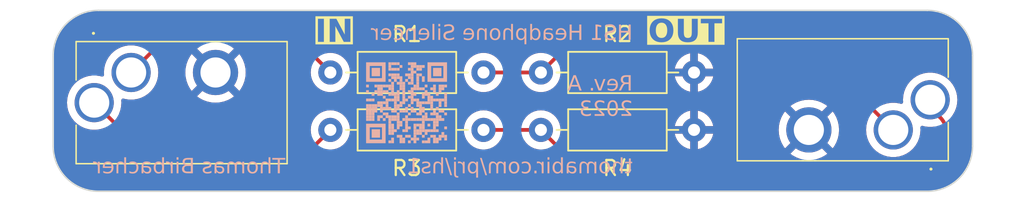
<source format=kicad_pcb>
(kicad_pcb (version 20221018) (generator pcbnew)
  (layers (0 "F.Cu" signal) (31 "B.Cu" signal) (34 "B.Paste" user) (35 "F.Paste" user) (36 "B.SilkS" user "B.Silkscreen") (37 "F.SilkS" user "F.Silkscreen") (38 "B.Mask" user) (39 "F.Mask" user) (44 "Edge.Cuts" user))
  (net 0 "")
  (net 1 "Net-(J1-Pad2)")
  (net 2 "Net-(J2-Pad2)")
  (net 3 "Net-(J2-Pad4)")
  (net 4 "GND")
  (net 5 "Net-(J1-Pad4)")
  (footprint "footprints:Kycon  STX-3150-3C-1" (layer "F.Cu") (at 56.72 73.12)
    (fp_text reference "J1" hide)
    (fp_text value "AudioJack3" hide)
  )
  (footprint "Resistor_THT:R_Axial_DIN0207_L6.3mm_D2.5mm_P10.16mm_Horizontal" (layer "F.Cu") (at 86.36 71.12)
    (fp_text reference "R2")
    (fp_text value "R")
  )
  (footprint "Resistor_THT:R_Axial_DIN0207_L6.3mm_D2.5mm_P10.16mm_Horizontal" (layer "F.Cu") (at 72.39 74.93)
    (fp_text reference "R3")
    (fp_text value "R")
  )
  (footprint "footprints:Kycon  STX-3150-3C-1" (layer "F.Cu") (at 112.19 72.93 180)
    (fp_text reference "J2" hide)
    (fp_text value "AudioJack3" hide)
  )
  (footprint "Resistor_THT:R_Axial_DIN0207_L6.3mm_D2.5mm_P10.16mm_Horizontal" (layer "F.Cu") (at 72.39 71.12)
    (fp_text reference "R1")
    (fp_text value "R")
  )
  (footprint "Resistor_THT:R_Axial_DIN0207_L6.3mm_D2.5mm_P10.16mm_Horizontal" (layer "F.Cu") (at 86.36 74.93)
    (fp_text reference "R4")
    (fp_text value "R")
  )
  (gr_poly (pts (xy 78.094416 74.887666) (xy 77.909208 74.887666) (xy 77.909208 74.702458) (xy 78.094416 74.702458)) (fill solid) (layer "B.SilkS"))
  (gr_poly (pts (xy 77.168375 71.739125) (xy 76.983166 71.739125) (xy 76.983166 71.553917) (xy 77.168375 71.553917)) (fill solid) (layer "B.SilkS"))
  (gr_poly (pts (xy 77.168375 74.702458) (xy 76.983166 74.702458) (xy 76.983166 74.51725) (xy 77.168375 74.51725)) (fill solid) (layer "B.SilkS"))
  (gr_poly (pts (xy 78.83525 72.479958) (xy 78.650042 72.479958) (xy 78.650042 72.29475) (xy 78.83525 72.29475)) (fill solid) (layer "B.SilkS"))
  (gr_poly (pts (xy 76.427542 74.332042) (xy 76.242333 74.332042) (xy 76.242333 74.146833) (xy 76.427542 74.146833)) (fill solid) (layer "B.SilkS"))
  (gr_poly (pts (xy 76.983166 73.035583) (xy 76.797958 73.035583) (xy 76.797958 72.850375) (xy 76.983166 72.850375)) (fill solid) (layer "B.SilkS"))
  (gr_poly (pts (xy 77.909208 72.29475) (xy 77.724 72.29475) (xy 77.724 72.109542) (xy 77.909208 72.109542)) (fill solid) (layer "B.SilkS"))
  (gr_poly (pts (xy 76.242333 73.591208) (xy 76.057125 73.591208) (xy 76.057125 73.406) (xy 76.242333 73.406)) (fill solid) (layer "B.SilkS"))
  (gr_poly (pts (xy 76.242333 73.406) (xy 76.057125 73.406) (xy 76.057125 73.220791) (xy 76.242333 73.220791)) (fill solid) (layer "B.SilkS"))
  (gr_poly (pts (xy 79.576083 73.961625) (xy 79.390875 73.961625) (xy 79.390875 73.776416) (xy 79.576083 73.776416)) (fill solid) (layer "B.SilkS"))
  (gr_poly (pts (xy 79.020458 73.220791) (xy 78.83525 73.220791) (xy 78.83525 73.035583) (xy 79.020458 73.035583)) (fill solid) (layer "B.SilkS"))
  (gr_poly (pts (xy 78.650042 71.553917) (xy 78.464833 71.553917) (xy 78.464833 71.368708) (xy 78.650042 71.368708)) (fill solid) (layer "B.SilkS"))
  (gr_poly (pts (xy 77.538791 73.591208) (xy 77.353583 73.591208) (xy 77.353583 73.406) (xy 77.538791 73.406)) (fill solid) (layer "B.SilkS"))
  (gr_poly (pts (xy 79.020458 73.035583) (xy 78.83525 73.035583) (xy 78.83525 72.850375) (xy 79.020458 72.850375)) (fill solid) (layer "B.SilkS"))
  (gr_poly (pts (xy 78.094416 71.1835) (xy 77.909208 71.1835) (xy 77.909208 70.998292) (xy 78.094416 70.998292)) (fill solid) (layer "B.SilkS"))
  (gr_poly (pts (xy 75.686708 74.146833) (xy 75.5015 74.146833) (xy 75.5015 73.961625) (xy 75.686708 73.961625)) (fill solid) (layer "B.SilkS"))
  (gr_poly (pts (xy 79.020458 75.072875) (xy 78.83525 75.072875) (xy 78.83525 74.887666) (xy 79.020458 74.887666)) (fill solid) (layer "B.SilkS"))
  (gr_poly (pts (xy 79.576083 72.665166) (xy 79.390875 72.665166) (xy 79.390875 72.479958) (xy 79.576083 72.479958)) (fill solid) (layer "B.SilkS"))
  (gr_poly (pts (xy 79.761291 72.109542) (xy 79.576083 72.109542) (xy 79.576083 71.924333) (xy 79.761291 71.924333)) (fill solid) (layer "B.SilkS"))
  (gr_poly (pts (xy 76.983166 73.961625) (xy 76.797958 73.961625) (xy 76.797958 73.776416) (xy 76.983166 73.776416)) (fill solid) (layer "B.SilkS"))
  (gr_poly (pts (xy 79.205666 75.072875) (xy 79.020458 75.072875) (xy 79.020458 74.887666) (xy 79.205666 74.887666)) (fill solid) (layer "B.SilkS"))
  (gr_poly (pts (xy 76.797958 73.406) (xy 76.61275 73.406) (xy 76.61275 73.220791) (xy 76.797958 73.220791)) (fill solid) (layer "B.SilkS"))
  (gr_poly (pts (xy 76.427542 75.072875) (xy 76.242333 75.072875) (xy 76.242333 74.887666) (xy 76.427542 74.887666)) (fill solid) (layer "B.SilkS"))
  (gr_poly (pts (xy 78.094416 73.776416) (xy 77.909208 73.776416) (xy 77.909208 73.591208) (xy 78.094416 73.591208)) (fill solid) (layer "B.SilkS"))
  (gr_poly (pts (xy 79.576083 73.591208) (xy 79.390875 73.591208) (xy 79.390875 73.406) (xy 79.576083 73.406)) (fill solid) (layer "B.SilkS"))
  (gr_poly (pts (xy 75.871917 73.591208) (xy 75.686708 73.591208) (xy 75.686708 73.406) (xy 75.871917 73.406)) (fill solid) (layer "B.SilkS"))
  (gr_poly (pts (xy 80.131708 74.887666) (xy 79.9465 74.887666) (xy 79.9465 74.702458) (xy 80.131708 74.702458)) (fill solid) (layer "B.SilkS"))
  (gr_line (start 75.862656 74.711719) (end 75.862656 75.619239) (stroke (width 0.1)) (layer "B.SilkS"))
  (gr_poly (pts (xy 76.797958 71.739125) (xy 76.61275 71.739125) (xy 76.61275 71.553917) (xy 76.797958 71.553917)) (fill solid) (layer "B.SilkS"))
  (gr_poly (pts (xy 78.650042 74.887666) (xy 78.464833 74.887666) (xy 78.464833 74.702458) (xy 78.650042 74.702458)) (fill solid) (layer "B.SilkS"))
  (gr_poly (pts (xy 77.168375 75.6285) (xy 76.983166 75.6285) (xy 76.983166 75.443291) (xy 77.168375 75.443291)) (fill solid) (layer "B.SilkS"))
  (gr_poly (pts (xy 79.761291 71.368708) (xy 79.205666 71.368708) (xy 79.205666 70.813083) (xy 79.761291 70.813083)) (fill solid) (layer "B.SilkS"))
  (gr_poly (pts (xy 78.650042 73.776416) (xy 78.464833 73.776416) (xy 78.464833 73.591208) (xy 78.650042 73.591208)) (fill solid) (layer "B.SilkS"))
  (gr_poly (pts (xy 78.279625 70.813083) (xy 78.094416 70.813083) (xy 78.094416 70.627875) (xy 78.279625 70.627875)) (fill solid) (layer "B.SilkS"))
  (gr_poly (pts (xy 77.353583 72.850375) (xy 77.168375 72.850375) (xy 77.168375 72.665166) (xy 77.353583 72.665166)) (fill solid) (layer "B.SilkS"))
  (gr_poly (pts (xy 79.9465 73.035583) (xy 79.761291 73.035583) (xy 79.761291 72.850375) (xy 79.9465 72.850375)) (fill solid) (layer "B.SilkS"))
  (gr_poly (pts (xy 75.131083 73.776416) (xy 74.945875 73.776416) (xy 74.945875 73.591208) (xy 75.131083 73.591208)) (fill solid) (layer "B.SilkS"))
  (gr_poly (pts (xy 76.983166 72.665166) (xy 76.797958 72.665166) (xy 76.797958 72.479958) (xy 76.983166 72.479958)) (fill solid) (layer "B.SilkS"))
  (gr_poly (pts (xy 77.724 75.813708) (xy 77.538791 75.813708) (xy 77.538791 75.6285) (xy 77.724 75.6285)) (fill solid) (layer "B.SilkS"))
  (gr_poly (pts (xy 80.131708 72.850375) (xy 79.9465 72.850375) (xy 79.9465 72.665166) (xy 80.131708 72.665166)) (fill solid) (layer "B.SilkS"))
  (gr_poly (pts (xy 79.205666 72.29475) (xy 79.020458 72.29475) (xy 79.020458 72.109542) (xy 79.205666 72.109542)) (fill solid) (layer "B.SilkS"))
  (gr_poly (pts (xy 76.427542 70.813083) (xy 76.242333 70.813083) (xy 76.242333 70.627875) (xy 76.427542 70.627875)) (fill solid) (layer "B.SilkS"))
  (gr_poly (pts (xy 75.5015 73.406) (xy 75.316292 73.406) (xy 75.316292 73.220791) (xy 75.5015 73.220791)) (fill solid) (layer "B.SilkS"))
  (gr_poly (pts (xy 79.576083 74.702458) (xy 79.390875 74.702458) (xy 79.390875 74.51725) (xy 79.576083 74.51725)) (fill solid) (layer "B.SilkS"))
  (gr_poly (pts (xy 77.168375 72.109542) (xy 76.983166 72.109542) (xy 76.983166 71.924333) (xy 77.168375 71.924333)) (fill solid) (layer "B.SilkS"))
  (gr_poly (pts (xy 78.83525 75.072875) (xy 78.650042 75.072875) (xy 78.650042 74.887666) (xy 78.83525 74.887666)) (fill solid) (layer "B.SilkS"))
  (gr_poly (pts (xy 75.316292 73.591208) (xy 75.131083 73.591208) (xy 75.131083 73.406) (xy 75.316292 73.406)) (fill solid) (layer "B.SilkS"))
  (gr_poly (pts (xy 76.61275 72.29475) (xy 76.427542 72.29475) (xy 76.427542 72.109542) (xy 76.61275 72.109542)) (fill solid) (layer "B.SilkS"))
  (gr_poly (pts (xy 78.83525 74.146833) (xy 78.650042 74.146833) (xy 78.650042 73.961625) (xy 78.83525 73.961625)) (fill solid) (layer "B.SilkS"))
  (gr_poly (pts (xy 80.131708 75.6285) (xy 79.9465 75.6285) (xy 79.9465 75.443291) (xy 80.131708 75.443291)) (fill solid) (layer "B.SilkS"))
  (gr_poly (pts (xy 77.724 71.924333) (xy 77.538791 71.924333) (xy 77.538791 71.739125) (xy 77.724 71.739125)) (fill solid) (layer "B.SilkS"))
  (gr_poly (pts (xy 79.205666 74.332042) (xy 79.020458 74.332042) (xy 79.020458 74.146833) (xy 79.205666 74.146833)) (fill solid) (layer "B.SilkS"))
  (gr_poly (pts (xy 78.094416 74.702458) (xy 77.909208 74.702458) (xy 77.909208 74.51725) (xy 78.094416 74.51725)) (fill solid) (layer "B.SilkS"))
  (gr_poly (pts (xy 77.168375 74.51725) (xy 76.983166 74.51725) (xy 76.983166 74.332042) (xy 77.168375 74.332042)) (fill solid) (layer "B.SilkS"))
  (gr_poly (pts (xy 78.094416 74.332042) (xy 77.909208 74.332042) (xy 77.909208 74.146833) (xy 78.094416 74.146833)) (fill solid) (layer "B.SilkS"))
  (gr_poly (pts (xy 76.61275 72.665166) (xy 76.427542 72.665166) (xy 76.427542 72.479958) (xy 76.61275 72.479958)) (fill solid) (layer "B.SilkS"))
  (gr_poly (pts (xy 75.686708 72.665166) (xy 75.5015 72.665166) (xy 75.5015 72.479958) (xy 75.686708 72.479958)) (fill solid) (layer "B.SilkS"))
  (gr_poly (pts (xy 77.538791 74.332042) (xy 77.353583 74.332042) (xy 77.353583 74.146833) (xy 77.538791 74.146833)) (fill solid) (layer "B.SilkS"))
  (gr_poly (pts (xy 77.538791 74.702458) (xy 77.353583 74.702458) (xy 77.353583 74.51725) (xy 77.538791 74.51725)) (fill solid) (layer "B.SilkS"))
  (gr_poly (pts (xy 75.686708 71.368708) (xy 75.131083 71.368708) (xy 75.131083 70.813083) (xy 75.686708 70.813083)) (fill solid) (layer "B.SilkS"))
  (gr_poly (pts (xy 79.576083 75.813708) (xy 79.390875 75.813708) (xy 79.390875 75.6285) (xy 79.576083 75.6285)) (fill solid) (layer "B.SilkS"))
  (gr_poly (pts (xy 78.094416 75.443291) (xy 77.909208 75.443291) (xy 77.909208 75.258083) (xy 78.094416 75.258083)) (fill solid) (layer "B.SilkS"))
  (gr_poly (pts (xy 74.945875 74.332042) (xy 74.760667 74.332042) (xy 74.760667 74.146833) (xy 74.945875 74.146833)) (fill solid) (layer "B.SilkS"))
  (gr_poly (pts (xy 76.242333 73.961625) (xy 76.057125 73.961625) (xy 76.057125 73.776416) (xy 76.242333 73.776416)) (fill solid) (layer "B.SilkS"))
  (gr_line (start 75.862656 75.619239) (end 74.955135 75.619239) (stroke (width 0.1)) (layer "B.SilkS"))
  (gr_poly (pts (xy 77.353583 72.665166) (xy 77.168375 72.665166) (xy 77.168375 72.479958) (xy 77.353583 72.479958)) (fill solid) (layer "B.SilkS"))
  (gr_poly (pts (xy 78.83525 73.220791) (xy 78.650042 73.220791) (xy 78.650042 73.035583) (xy 78.83525 73.035583)) (fill solid) (layer "B.SilkS"))
  (gr_poly (pts (xy 77.168375 72.29475) (xy 76.983166 72.29475) (xy 76.983166 72.109542) (xy 77.168375 72.109542)) (fill solid) (layer "B.SilkS"))
  (gr_poly (pts (xy 80.131708 73.961625) (xy 79.9465 73.961625) (xy 79.9465 73.776416) (xy 80.131708 73.776416)) (fill solid) (layer "B.SilkS"))
  (gr_poly (pts (xy 76.983166 74.702458) (xy 76.797958 74.702458) (xy 76.797958 74.51725) (xy 76.983166 74.51725)) (fill solid) (layer "B.SilkS"))
  (gr_poly (pts (xy 78.279625 74.332042) (xy 78.094416 74.332042) (xy 78.094416 74.146833) (xy 78.279625 74.146833)) (fill solid) (layer "B.SilkS"))
  (gr_poly (pts (xy 79.205666 73.035583) (xy 79.020458 73.035583) (xy 79.020458 72.850375) (xy 79.205666 72.850375)) (fill solid) (layer "B.SilkS"))
  (gr_poly (pts (xy 77.724 72.479958) (xy 77.538791 72.479958) (xy 77.538791 72.29475) (xy 77.724 72.29475)) (fill solid) (layer "B.SilkS"))
  (gr_poly (pts (xy 75.131083 74.332042) (xy 74.945875 74.332042) (xy 74.945875 74.146833) (xy 75.131083 74.146833)) (fill solid) (layer "B.SilkS"))
  (gr_poly (pts (xy 75.316292 74.146833) (xy 75.131083 74.146833) (xy 75.131083 73.961625) (xy 75.316292 73.961625)) (fill solid) (layer "B.SilkS"))
  (gr_poly (pts (xy 79.761291 73.406) (xy 79.576083 73.406) (xy 79.576083 73.220791) (xy 79.761291 73.220791)) (fill solid) (layer "B.SilkS"))
  (gr_poly (pts (xy 79.761291 75.6285) (xy 79.576083 75.6285) (xy 79.576083 75.443291) (xy 79.761291 75.443291)) (fill solid) (layer "B.SilkS"))
  (gr_poly (pts (xy 78.83525 72.665166) (xy 78.650042 72.665166) (xy 78.650042 72.479958) (xy 78.83525 72.479958)) (fill solid) (layer "B.SilkS"))
  (gr_poly (pts (xy 80.131708 73.035583) (xy 79.9465 73.035583) (xy 79.9465 72.850375) (xy 80.131708 72.850375)) (fill solid) (layer "B.SilkS"))
  (gr_poly (pts (xy 78.650042 74.51725) (xy 78.464833 74.51725) (xy 78.464833 74.332042) (xy 78.650042 74.332042)) (fill solid) (layer "B.SilkS"))
  (gr_poly (pts (xy 76.057125 73.591208) (xy 75.871917 73.591208) (xy 75.871917 73.406) (xy 76.057125 73.406)) (fill solid) (layer "B.SilkS"))
  (gr_poly (pts (xy 77.353583 73.035583) (xy 77.168375 73.035583) (xy 77.168375 72.850375) (xy 77.353583 72.850375)) (fill solid) (layer "B.SilkS"))
  (gr_poly (pts (xy 79.020458 75.813708) (xy 78.83525 75.813708) (xy 78.83525 75.6285) (xy 79.020458 75.6285)) (fill solid) (layer "B.SilkS"))
  (gr_poly (pts (xy 77.909208 70.627875) (xy 77.724 70.627875) (xy 77.724 70.442667) (xy 77.909208 70.442667)) (fill solid) (layer "B.SilkS"))
  (gr_poly (pts (xy 75.871917 73.776416) (xy 75.686708 73.776416) (xy 75.686708 73.591208) (xy 75.871917 73.591208)) (fill solid) (layer "B.SilkS"))
  (gr_poly (pts (xy 80.131708 72.109542) (xy 79.9465 72.109542) (xy 79.9465 71.924333) (xy 80.131708 71.924333)) (fill solid) (layer "B.SilkS"))
  (gr_line (start 75.862656 71.544656) (end 74.955135 71.544656) (stroke (width 0.1)) (layer "B.SilkS"))
  (gr_poly (pts (xy 76.427542 71.739125) (xy 76.242333 71.739125) (xy 76.242333 71.553917) (xy 76.427542 71.553917)) (fill solid) (layer "B.SilkS"))
  (gr_poly (pts (xy 77.724 73.961625) (xy 77.538791 73.961625) (xy 77.538791 73.776416) (xy 77.724 73.776416)) (fill solid) (layer "B.SilkS"))
  (gr_line (start 74.955135 74.711719) (end 75.862656 74.711719) (stroke (width 0.1)) (layer "B.SilkS"))
  (gr_poly (pts (xy 77.353583 74.332042) (xy 77.168375 74.332042) (xy 77.168375 74.146833) (xy 77.353583 74.146833)) (fill solid) (layer "B.SilkS"))
  (gr_poly (pts (xy 76.797958 72.850375) (xy 76.61275 72.850375) (xy 76.61275 72.665166) (xy 76.797958 72.665166)) (fill solid) (layer "B.SilkS"))
  (gr_poly (pts (xy 76.427542 72.109542) (xy 76.242333 72.109542) (xy 76.242333 71.924333) (xy 76.427542 71.924333)) (fill solid) (layer "B.SilkS"))
  (gr_poly (pts (xy 77.353583 72.109542) (xy 77.168375 72.109542) (xy 77.168375 71.924333) (xy 77.353583 71.924333)) (fill solid) (layer "B.SilkS"))
  (gr_poly (pts (xy 77.909208 71.739125) (xy 77.724 71.739125) (xy 77.724 71.553917) (xy 77.909208 71.553917)) (fill solid) (layer "B.SilkS"))
  (gr_poly (pts (xy 79.390875 72.109542) (xy 79.205666 72.109542) (xy 79.205666 71.924333) (xy 79.390875 71.924333)) (fill solid) (layer "B.SilkS"))
  (gr_poly (pts (xy 79.576083 74.146833) (xy 79.390875 74.146833) (xy 79.390875 73.961625) (xy 79.576083 73.961625)) (fill solid) (layer "B.SilkS"))
  (gr_poly (pts (xy 77.909208 73.220791) (xy 77.724 73.220791) (xy 77.724 73.035583) (xy 77.909208 73.035583)) (fill solid) (layer "B.SilkS"))
  (gr_poly (pts (xy 78.464833 73.961625) (xy 78.279625 73.961625) (xy 78.279625 73.776416) (xy 78.464833 73.776416)) (fill solid) (layer "B.SilkS"))
  (gr_poly (pts (xy 76.61275 71.368708) (xy 76.427542 71.368708) (xy 76.427542 71.1835) (xy 76.61275 71.1835)) (fill solid) (layer "B.SilkS"))
  (gr_poly (pts (xy 79.9465 73.776416) (xy 79.761291 73.776416) (xy 79.761291 73.591208) (xy 79.9465 73.591208)) (fill solid) (layer "B.SilkS"))
  (gr_line (start 75.862656 70.637135) (end 75.862656 71.544656) (stroke (width 0.1)) (layer "B.SilkS"))
  (gr_poly (pts (xy 75.131083 74.146833) (xy 74.945875 74.146833) (xy 74.945875 73.961625) (xy 75.131083 73.961625)) (fill solid) (layer "B.SilkS"))
  (gr_poly (pts (xy 74.945875 73.776416) (xy 74.760667 73.776416) (xy 74.760667 73.591208) (xy 74.945875 73.591208)) (fill solid) (layer "B.SilkS"))
  (gr_poly (pts (xy 75.316292 73.406) (xy 75.131083 73.406) (xy 75.131083 73.220791) (xy 75.316292 73.220791)) (fill solid) (layer "B.SilkS"))
  (gr_poly (pts (xy 78.83525 75.258083) (xy 78.650042 75.258083) (xy 78.650042 75.072875) (xy 78.83525 75.072875)) (fill solid) (layer "B.SilkS"))
  (gr_poly (pts (xy 75.686708 72.29475) (xy 75.5015 72.29475) (xy 75.5015 72.109542) (xy 75.686708 72.109542)) (fill solid) (layer "B.SilkS"))
  (gr_poly (pts (xy 79.020458 74.332042) (xy 78.83525 74.332042) (xy 78.83525 74.146833) (xy 79.020458 74.146833)) (fill solid) (layer "B.SilkS"))
  (gr_poly (pts (xy 78.279625 74.702458) (xy 78.094416 74.702458) (xy 78.094416 74.51725) (xy 78.279625 74.51725)) (fill solid) (layer "B.SilkS"))
  (gr_poly (pts (xy 76.61275 74.146833) (xy 76.427542 74.146833) (xy 76.427542 73.961625) (xy 76.61275 73.961625)) (fill solid) (layer "B.SilkS"))
  (gr_poly (pts (xy 78.464833 72.29475) (xy 78.279625 72.29475) (xy 78.279625 72.109542) (xy 78.464833 72.109542)) (fill solid) (layer "B.SilkS"))
  (gr_poly (pts (xy 76.61275 75.813708) (xy 76.427542 75.813708) (xy 76.427542 75.6285) (xy 76.61275 75.6285)) (fill solid) (layer "B.SilkS"))
  (gr_poly (pts (xy 78.094416 72.29475) (xy 77.909208 72.29475) (xy 77.909208 72.109542) (xy 78.094416 72.109542)) (fill solid) (layer "B.SilkS"))
  (gr_poly (pts (xy 75.871917 74.146833) (xy 75.686708 74.146833) (xy 75.686708 73.961625) (xy 75.871917 73.961625)) (fill solid) (layer "B.SilkS"))
  (gr_poly (pts (xy 77.538791 71.739125) (xy 77.353583 71.739125) (xy 77.353583 71.553917) (xy 77.538791 71.553917)) (fill solid) (layer "B.SilkS"))
  (gr_poly (pts (xy 76.427542 73.591208) (xy 76.242333 73.591208) (xy 76.242333 73.406) (xy 76.427542 73.406)) (fill solid) (layer "B.SilkS"))
  (gr_poly (pts (xy 76.427542 75.258083) (xy 76.242333 75.258083) (xy 76.242333 75.072875) (xy 76.427542 75.072875)) (fill solid) (layer "B.SilkS"))
  (gr_poly (pts (xy 77.909208 71.924333) (xy 77.724 71.924333) (xy 77.724 71.739125) (xy 77.909208 71.739125)) (fill solid) (layer "B.SilkS"))
  (gr_poly (pts (xy 78.279625 71.553917) (xy 78.094416 71.553917) (xy 78.094416 71.368708) (xy 78.279625 71.368708)) (fill solid) (layer "B.SilkS"))
  (gr_poly (pts (xy 76.242333 72.479958) (xy 76.057125 72.479958) (xy 76.057125 72.29475) (xy 76.242333 72.29475)) (fill solid) (layer "B.SilkS"))
  (gr_poly (pts (xy 79.390875 73.776416) (xy 79.205666 73.776416) (xy 79.205666 73.591208) (xy 79.390875 73.591208)) (fill solid) (layer "B.SilkS"))
  (gr_poly (pts (xy 76.61275 75.072875) (xy 76.427542 75.072875) (xy 76.427542 74.887666) (xy 76.61275 74.887666)) (fill solid) (layer "B.SilkS"))
  (gr_poly (pts (xy 74.945875 72.479958) (xy 74.760667 72.479958) (xy 74.760667 72.29475) (xy 74.945875 72.29475)) (fill solid) (layer "B.SilkS"))
  (gr_poly (pts (xy 78.83525 75.813708) (xy 78.650042 75.813708) (xy 78.650042 75.6285) (xy 78.83525 75.6285)) (fill solid) (layer "B.SilkS"))
  (gr_poly (pts (xy 79.761291 73.776416) (xy 79.576083 73.776416) (xy 79.576083 73.591208) (xy 79.761291 73.591208)) (fill solid) (layer "B.SilkS"))
  (gr_poly (pts (xy 75.5015 73.776416) (xy 75.316292 73.776416) (xy 75.316292 73.591208) (xy 75.5015 73.591208)) (fill solid) (layer "B.SilkS"))
  (gr_poly (pts (xy 74.945875 73.961625) (xy 74.760667 73.961625) (xy 74.760667 73.776416) (xy 74.945875 73.776416)) (fill solid) (layer "B.SilkS"))
  (gr_poly (pts (xy 78.279625 72.29475) (xy 78.094416 72.29475) (xy 78.094416 72.109542) (xy 78.279625 72.109542)) (fill solid) (layer "B.SilkS"))
  (gr_poly (pts (xy 76.61275 70.998292) (xy 76.427542 70.998292) (xy 76.427542 70.813083) (xy 76.61275 70.813083)) (fill solid) (layer "B.SilkS"))
  (gr_poly (pts (xy 77.909208 72.479958) (xy 77.724 72.479958) (xy 77.724 72.29475) (xy 77.909208 72.29475)) (fill solid) (layer "B.SilkS"))
  (gr_poly (pts (xy 75.316292 73.035583) (xy 75.131083 73.035583) (xy 75.131083 72.850375) (xy 75.316292 72.850375)) (fill solid) (layer "B.SilkS"))
  (gr_poly (pts (xy 78.279625 73.961625) (xy 78.094416 73.961625) (xy 78.094416 73.776416) (xy 78.279625 73.776416)) (fill solid) (layer "B.SilkS"))
  (gr_poly (pts (xy 76.983166 72.850375) (xy 76.797958 72.850375) (xy 76.797958 72.665166) (xy 76.983166 72.665166)) (fill solid) (layer "B.SilkS"))
  (gr_poly (pts (xy 79.9465 74.332042) (xy 79.761291 74.332042) (xy 79.761291 74.146833) (xy 79.9465 74.146833)) (fill solid) (layer "B.SilkS"))
  (gr_poly (pts (xy 76.427542 74.887666) (xy 76.242333 74.887666) (xy 76.242333 74.702458) (xy 76.427542 74.702458)) (fill solid) (layer "B.SilkS"))
  (gr_poly (pts (xy 78.464833 70.998292) (xy 78.279625 70.998292) (xy 78.279625 70.813083) (xy 78.464833 70.813083)) (fill solid) (layer "B.SilkS"))
  (gr_poly (pts (xy 77.353583 72.479958) (xy 77.168375 72.479958) (xy 77.168375 72.29475) (xy 77.353583 72.29475)) (fill solid) (layer "B.SilkS"))
  (gr_poly (pts (xy 76.057125 74.332042) (xy 75.871917 74.332042) (xy 75.871917 74.146833) (xy 76.057125 74.146833)) (fill solid) (layer "B.SilkS"))
  (gr_poly (pts (xy 78.650042 74.332042) (xy 78.464833 74.332042) (xy 78.464833 74.146833) (xy 78.650042 74.146833)) (fill solid) (layer "B.SilkS"))
  (gr_poly (pts (xy 76.61275 73.035583) (xy 76.427542 73.035583) (xy 76.427542 72.850375) (xy 76.61275 72.850375)) (fill solid) (layer "B.SilkS"))
  (gr_poly (pts (xy 77.724 71.553917) (xy 77.538791 71.553917) (xy 77.538791 71.368708) (xy 77.724 71.368708)) (fill solid) (layer "B.SilkS"))
  (gr_poly (pts (xy 77.909208 74.332042) (xy 77.724 74.332042) (xy 77.724 74.146833) (xy 77.909208 74.146833)) (fill solid) (layer "B.SilkS"))
  (gr_poly (pts (xy 75.871917 72.29475) (xy 75.686708 72.29475) (xy 75.686708 72.109542) (xy 75.871917 72.109542)) (fill solid) (layer "B.SilkS"))
  (gr_poly (pts (xy 75.131083 73.961625) (xy 74.945875 73.961625) (xy 74.945875 73.776416) (xy 75.131083 73.776416)) (fill solid) (layer "B.SilkS"))
  (gr_poly (pts (xy 78.279625 75.072875) (xy 78.094416 75.072875) (xy 78.094416 74.887666) (xy 78.279625 74.887666)) (fill solid) (layer "B.SilkS"))
  (gr_poly (pts (xy 76.983166 74.887666) (xy 76.797958 74.887666) (xy 76.797958 74.702458) (xy 76.983166 74.702458)) (fill solid) (layer "B.SilkS"))
  (gr_poly (pts (xy 75.5015 72.479958) (xy 75.316292 72.479958) (xy 75.316292 72.29475) (xy 75.5015 72.29475)) (fill solid) (layer "B.SilkS"))
  (gr_poly (pts (xy 78.464833 71.368708) (xy 78.279625 71.368708) (xy 78.279625 71.1835) (xy 78.464833 71.1835)) (fill solid) (layer "B.SilkS"))
  (gr_poly (pts (xy 78.650042 74.146833) (xy 78.464833 74.146833) (xy 78.464833 73.961625) (xy 78.650042 73.961625)) (fill solid) (layer "B.SilkS"))
  (gr_poly (pts (xy 76.242333 73.220791) (xy 76.057125 73.220791) (xy 76.057125 73.035583) (xy 76.242333 73.035583)) (fill solid) (layer "B.SilkS"))
  (gr_poly (pts (xy 77.909208 70.813083) (xy 77.724 70.813083) (xy 77.724 70.627875) (xy 77.909208 70.627875)) (fill solid) (layer "B.SilkS"))
  (gr_poly (pts (xy 78.279625 73.220791) (xy 78.094416 73.220791) (xy 78.094416 73.035583) (xy 78.279625 73.035583)) (fill solid) (layer "B.SilkS"))
  (gr_poly (pts (xy 76.057125 72.850375) (xy 75.871917 72.850375) (xy 75.871917 72.665166) (xy 76.057125 72.665166)) (fill solid) (layer "B.SilkS"))
  (gr_poly (pts (xy 76.61275 74.332042) (xy 76.427542 74.332042) (xy 76.427542 74.146833) (xy 76.61275 74.146833)) (fill solid) (layer "B.SilkS"))
  (gr_poly (pts (xy 76.427542 75.813708) (xy 76.242333 75.813708) (xy 76.242333 75.6285) (xy 76.427542 75.6285)) (fill solid) (layer "B.SilkS"))
  (gr_poly (pts (xy 76.983166 74.332042) (xy 76.797958 74.332042) (xy 76.797958 74.146833) (xy 76.983166 74.146833)) (fill solid) (layer "B.SilkS"))
  (gr_poly (pts (xy 76.797958 73.591208) (xy 76.61275 73.591208) (xy 76.61275 73.406) (xy 76.797958 73.406)) (fill solid) (layer "B.SilkS"))
  (gr_poly (pts (xy 76.983166 72.479958) (xy 76.797958 72.479958) (xy 76.797958 72.29475) (xy 76.983166 72.29475)) (fill solid) (layer "B.SilkS"))
  (gr_poly (pts (xy 80.131708 73.406) (xy 79.9465 73.406) (xy 79.9465 73.220791) (xy 80.131708 73.220791)) (fill solid) (layer "B.SilkS"))
  (gr_poly (pts (xy 75.686708 74.332042) (xy 75.5015 74.332042) (xy 75.5015 74.146833) (xy 75.686708 74.146833)) (fill solid) (layer "B.SilkS"))
  (gr_poly (pts (xy 79.576083 74.332042) (xy 79.390875 74.332042) (xy 79.390875 74.146833) (xy 79.576083 74.146833)) (fill solid) (layer "B.SilkS"))
  (gr_poly (pts (xy 76.61275 72.479958) (xy 76.427542 72.479958) (xy 76.427542 72.29475) (xy 76.61275 72.29475)) (fill solid) (layer "B.SilkS"))
  (gr_poly (pts (xy 79.576083 75.6285) (xy 79.390875 75.6285) (xy 79.390875 75.443291) (xy 79.576083 75.443291)) (fill solid) (layer "B.SilkS"))
  (gr_poly (pts (xy 75.871917 73.220791) (xy 75.686708 73.220791) (xy 75.686708 73.035583) (xy 75.871917 73.035583)) (fill solid) (layer "B.SilkS"))
  (gr_poly (pts (xy 78.650042 71.739125) (xy 78.464833 71.739125) (xy 78.464833 71.553917) (xy 78.650042 71.553917)) (fill solid) (layer "B.SilkS"))
  (gr_poly (pts (xy 78.279625 72.109542) (xy 78.094416 72.109542) (xy 78.094416 71.924333) (xy 78.279625 71.924333)) (fill solid) (layer "B.SilkS"))
  (gr_poly (pts (xy 77.724 70.627875) (xy 77.538791 70.627875) (xy 77.538791 70.442667) (xy 77.724 70.442667)) (fill solid) (layer "B.SilkS"))
  (gr_poly (pts (xy 75.5015 72.109542) (xy 75.316292 72.109542) (xy 75.316292 71.924333) (xy 75.5015 71.924333)) (fill solid) (layer "B.SilkS"))
  (gr_poly (pts (xy 79.390875 75.6285) (xy 79.205666 75.6285) (xy 79.205666 75.443291) (xy 79.390875 75.443291)) (fill solid) (layer "B.SilkS"))
  (gr_poly (pts (xy 77.538791 74.51725) (xy 77.353583 74.51725) (xy 77.353583 74.332042) (xy 77.538791 74.332042)) (fill solid) (layer "B.SilkS"))
  (gr_line (start 74.955135 70.637135) (end 75.862656 70.637135) (stroke (width 0.1)) (layer "B.SilkS"))
  (gr_poly (pts (xy 75.686708 72.479958) (xy 75.5015 72.479958) (xy 75.5015 72.29475) (xy 75.686708 72.29475)) (fill solid) (layer "B.SilkS"))
  (gr_poly (pts (xy 78.650042 72.665166) (xy 78.464833 72.665166) (xy 78.464833 72.479958) (xy 78.650042 72.479958)) (fill solid) (layer "B.SilkS"))
  (gr_poly (pts (xy 76.797958 71.553917) (xy 76.61275 71.553917) (xy 76.61275 71.368708) (xy 76.797958 71.368708)) (fill solid) (layer "B.SilkS"))
  (gr_line (start 79.029719 71.544656) (end 79.029719 70.637135) (stroke (width 0.1)) (layer "B.SilkS"))
  (gr_poly (pts (xy 79.576083 73.035583) (xy 79.390875 73.035583) (xy 79.390875 72.850375) (xy 79.576083 72.850375)) (fill solid) (layer "B.SilkS"))
  (gr_poly (pts (xy 79.390875 75.072875) (xy 79.205666 75.072875) (xy 79.205666 74.887666) (xy 79.390875 74.887666)) (fill solid) (layer "B.SilkS"))
  (gr_poly (pts (xy 75.131083 73.406) (xy 74.945875 73.406) (xy 74.945875 73.220791) (xy 75.131083 73.220791)) (fill solid) (layer "B.SilkS"))
  (gr_poly (pts (xy 74.945875 73.035583) (xy 74.760667 73.035583) (xy 74.760667 72.850375) (xy 74.945875 72.850375)) (fill solid) (layer "B.SilkS"))
  (gr_poly (pts (xy 77.353583 73.776416) (xy 77.168375 73.776416) (xy 77.168375 73.591208) (xy 77.353583 73.591208)) (fill solid) (layer "B.SilkS"))
  (gr_poly (pts (xy 75.686708 72.109542) (xy 75.5015 72.109542) (xy 75.5015 71.924333) (xy 75.686708 71.924333)) (fill solid) (layer "B.SilkS"))
  (gr_poly (pts (xy 77.168375 73.220791) (xy 76.983166 73.220791) (xy 76.983166 73.035583) (xy 77.168375 73.035583)) (fill solid) (layer "B.SilkS"))
  (gr_poly (pts (xy 78.094416 75.6285) (xy 77.909208 75.6285) (xy 77.909208 75.443291) (xy 78.094416 75.443291)) (fill solid) (layer "B.SilkS"))
  (gr_poly (pts (xy 77.724 70.998292) (xy 77.538791 70.998292) (xy 77.538791 70.813083) (xy 77.724 70.813083)) (fill solid) (layer "B.SilkS"))
  (gr_poly (pts (xy 76.983166 73.591208) (xy 76.797958 73.591208) (xy 76.797958 73.406) (xy 76.983166 73.406)) (fill solid) (layer "B.SilkS"))
  (gr_poly (pts (xy 79.390875 75.813708) (xy 79.205666 75.813708) (xy 79.205666 75.6285) (xy 79.390875 75.6285)) (fill solid) (layer "B.SilkS"))
  (gr_poly (pts (xy 78.279625 71.924333) (xy 78.094416 71.924333) (xy 78.094416 71.739125) (xy 78.279625 71.739125)) (fill solid) (layer "B.SilkS"))
  (gr_poly (pts (xy 78.094416 75.258083) (xy 77.909208 75.258083) (xy 77.909208 75.072875) (xy 78.094416 75.072875)) (fill solid) (layer "B.SilkS"))
  (gr_poly (pts (xy 77.538791 74.146833) (xy 77.353583 74.146833) (xy 77.353583 73.961625) (xy 77.538791 73.961625)) (fill solid) (layer "B.SilkS"))
  (gr_poly (pts (xy 76.242333 74.146833) (xy 76.057125 74.146833) (xy 76.057125 73.961625) (xy 76.242333 73.961625)) (fill solid) (layer "B.SilkS"))
  (gr_poly (pts (xy 76.983166 74.146833) (xy 76.797958 74.146833) (xy 76.797958 73.961625) (xy 76.983166 73.961625)) (fill solid) (layer "B.SilkS"))
  (gr_poly (pts (xy 79.576083 75.072875) (xy 79.390875 75.072875) (xy 79.390875 74.887666) (xy 79.576083 74.887666)) (fill solid) (layer "B.SilkS"))
  (gr_poly (pts (xy 79.761291 72.479958) (xy 79.576083 72.479958) (xy 79.576083 72.29475) (xy 79.761291 72.29475)) (fill solid) (layer "B.SilkS"))
  (gr_poly (pts (xy 78.83525 72.109542) (xy 78.650042 72.109542) (xy 78.650042 71.924333) (xy 78.83525 71.924333)) (fill solid) (layer "B.SilkS"))
  (gr_poly (pts (xy 78.094416 72.109542) (xy 77.909208 72.109542) (xy 77.909208 71.924333) (xy 78.094416 71.924333)) (fill solid) (layer "B.SilkS"))
  (gr_poly (pts (xy 76.797958 73.776416) (xy 76.61275 73.776416) (xy 76.61275 73.591208) (xy 76.797958 73.591208)) (fill solid) (layer "B.SilkS"))
  (gr_poly (pts (xy 78.464833 73.591208) (xy 78.279625 73.591208) (xy 78.279625 73.406) (xy 78.464833 73.406)) (fill solid) (layer "B.SilkS"))
  (gr_poly (pts (xy 78.83525 73.961625) (xy 78.650042 73.961625) (xy 78.650042 73.776416) (xy 78.83525 73.776416)) (fill solid) (layer "B.SilkS"))
  (gr_poly (pts (xy 77.168375 73.406) (xy 76.983166 73.406) (xy 76.983166 73.220791) (xy 77.168375 73.220791)) (fill solid) (layer "B.SilkS"))
  (gr_poly (pts (xy 75.5015 73.591208) (xy 75.316292 73.591208) (xy 75.316292 73.406) (xy 75.5015 73.406)) (fill solid) (layer "B.SilkS"))
  (gr_poly (pts (xy 79.9465 72.109542) (xy 79.761291 72.109542) (xy 79.761291 71.924333) (xy 79.9465 71.924333)) (fill solid) (layer "B.SilkS"))
  (gr_poly (pts (xy 77.909208 71.368708) (xy 77.724 71.368708) (xy 77.724 71.1835) (xy 77.909208 71.1835)) (fill solid) (layer "B.SilkS"))
  (gr_poly (pts (xy 79.020458 72.850375) (xy 78.83525 72.850375) (xy 78.83525 72.665166) (xy 79.020458 72.665166)) (fill solid) (layer "B.SilkS"))
  (gr_poly (pts (xy 76.057125 72.109542) (xy 75.871917 72.109542) (xy 75.871917 71.924333) (xy 76.057125 71.924333)) (fill solid) (layer "B.SilkS"))
  (gr_line (start 74.955135 71.544656) (end 74.955135 70.637135) (stroke (width 0.1)) (layer "B.SilkS"))
  (gr_poly (pts (xy 76.61275 70.627875) (xy 76.427542 70.627875) (xy 76.427542 70.442667) (xy 76.61275 70.442667)) (fill solid) (layer "B.SilkS"))
  (gr_poly (pts (xy 79.9465 75.258083) (xy 79.761291 75.258083) (xy 79.761291 75.072875) (xy 79.9465 75.072875)) (fill solid) (layer "B.SilkS"))
  (gr_poly (pts (xy 78.094416 70.627875) (xy 77.909208 70.627875) (xy 77.909208 70.442667) (xy 78.094416 70.442667)) (fill solid) (layer "B.SilkS"))
  (gr_poly (pts (xy 79.205666 73.220791) (xy 79.020458 73.220791) (xy 79.020458 73.035583) (xy 79.205666 73.035583)) (fill solid) (layer "B.SilkS"))
  (gr_poly (pts (xy 76.797958 70.998292) (xy 76.61275 70.998292) (xy 76.61275 70.813083) (xy 76.797958 70.813083)) (fill solid) (layer "B.SilkS"))
  (gr_poly (pts (xy 77.168375 73.776416) (xy 76.983166 73.776416) (xy 76.983166 73.591208) (xy 77.168375 73.591208)) (fill solid) (layer "B.SilkS"))
  (gr_poly (pts (xy 77.353583 72.29475) (xy 77.168375 72.29475) (xy 77.168375 72.109542) (xy 77.353583 72.109542)) (fill solid) (layer "B.SilkS"))
  (gr_poly (pts (xy 77.538791 71.368708) (xy 77.353583 71.368708) (xy 77.353583 71.1835) (xy 77.538791 71.1835)) (fill solid) (layer "B.SilkS"))
  (gr_poly (pts (xy 76.427542 70.627875) (xy 76.242333 70.627875) (xy 76.242333 70.442667) (xy 76.427542 70.442667)) (fill solid) (layer "B.SilkS"))
  (gr_poly (pts (xy 79.9465 75.443291) (xy 79.761291 75.443291) (xy 79.761291 75.258083) (xy 79.9465 75.258083)) (fill solid) (layer "B.SilkS"))
  (gr_poly (pts (xy 78.279625 71.368708) (xy 78.094416 71.368708) (xy 78.094416 71.1835) (xy 78.279625 71.1835)) (fill solid) (layer "B.SilkS"))
  (gr_poly (pts (xy 77.353583 73.220791) (xy 77.168375 73.220791) (xy 77.168375 73.035583) (xy 77.353583 73.035583)) (fill solid) (layer "B.SilkS"))
  (gr_poly (pts (xy 77.353583 71.924333) (xy 77.168375 71.924333) (xy 77.168375 71.739125) (xy 77.353583 71.739125)) (fill solid) (layer "B.SilkS"))
  (gr_poly (pts (xy 78.464833 74.332042) (xy 78.279625 74.332042) (xy 78.279625 74.146833) (xy 78.464833 74.146833)) (fill solid) (layer "B.SilkS"))
  (gr_poly (pts (xy 78.464833 73.776416) (xy 78.279625 73.776416) (xy 78.279625 73.591208) (xy 78.464833 73.591208)) (fill solid) (layer "B.SilkS"))
  (gr_poly (pts (xy 77.909208 72.850375) (xy 77.724 72.850375) (xy 77.724 72.665166) (xy 77.909208 72.665166)) (fill solid) (layer "B.SilkS"))
  (gr_poly (pts (xy 78.279625 73.406) (xy 78.094416 73.406) (xy 78.094416 73.220791) (xy 78.279625 73.220791)) (fill solid) (layer "B.SilkS"))
  (gr_poly (pts (xy 77.538791 73.035583) (xy 77.353583 73.035583) (xy 77.353583 72.850375) (xy 77.538791 72.850375)) (fill solid) (layer "B.SilkS"))
  (gr_poly (pts (xy 76.057125 72.479958) (xy 75.871917 72.479958) (xy 75.871917 72.29475) (xy 76.057125 72.29475)) (fill solid) (layer "B.SilkS"))
  (gr_poly (pts (xy 78.650042 73.220791) (xy 78.464833 73.220791) (xy 78.464833 73.035583) (xy 78.650042 73.035583)) (fill solid) (layer "B.SilkS"))
  (gr_poly (pts (xy 76.983166 70.998292) (xy 76.797958 70.998292) (xy 76.797958 70.813083) (xy 76.983166 70.813083)) (fill solid) (layer "B.SilkS"))
  (gr_poly (pts (xy 76.427542 70.998292) (xy 76.242333 70.998292) (xy 76.242333 70.813083) (xy 76.427542 70.813083)) (fill solid) (layer "B.SilkS"))
  (gr_poly (pts (xy 77.538791 74.887666) (xy 77.353583 74.887666) (xy 77.353583 74.702458) (xy 77.538791 74.702458)) (fill solid) (layer "B.SilkS"))
  (gr_poly (pts (xy 78.279625 73.035583) (xy 78.094416 73.035583) (xy 78.094416 72.850375) (xy 78.279625 72.850375)) (fill solid) (layer "B.SilkS"))
  (gr_poly (pts (xy 76.797958 74.332042) (xy 76.61275 74.332042) (xy 76.61275 74.146833) (xy 76.797958 74.146833)) (fill solid) (layer "B.SilkS"))
  (gr_poly (pts (xy 75.316292 74.332042) (xy 75.131083 74.332042) (xy 75.131083 74.146833) (xy 75.316292 74.146833)) (fill solid) (layer "B.SilkS"))
  (gr_poly (pts (xy 79.020458 72.665166) (xy 78.83525 72.665166) (xy 78.83525 72.479958) (xy 79.020458 72.479958)) (fill solid) (layer "B.SilkS"))
  (gr_poly (pts (xy 79.205666 72.850375) (xy 79.020458 72.850375) (xy 79.020458 72.665166) (xy 79.205666 72.665166)) (fill solid) (layer "B.SilkS"))
  (gr_poly (pts (xy 76.057125 71.739125) (xy 74.760667 71.739125) (xy 74.760667 70.637135) (xy 74.955135 70.637135) (xy 74.955135 71.544656) (xy 75.862656 71.544656) (xy 75.862656 70.637135) (xy 74.955135 70.637135) (xy 74.760667 70.637135) (xy 74.760667 70.442667) (xy 76.057125 70.442667)) (fill solid) (layer "B.SilkS"))
  (gr_poly (pts (xy 79.390875 72.29475) (xy 79.205666 72.29475) (xy 79.205666 72.109542) (xy 79.390875 72.109542)) (fill solid) (layer "B.SilkS"))
  (gr_poly (pts (xy 77.538791 73.776416) (xy 77.353583 73.776416) (xy 77.353583 73.591208) (xy 77.538791 73.591208)) (fill solid) (layer "B.SilkS"))
  (gr_poly (pts (xy 76.797958 72.665166) (xy 76.61275 72.665166) (xy 76.61275 72.479958) (xy 76.797958 72.479958)) (fill solid) (layer "B.SilkS"))
  (gr_poly (pts (xy 78.650042 75.072875) (xy 78.464833 75.072875) (xy 78.464833 74.887666) (xy 78.650042 74.887666)) (fill solid) (layer "B.SilkS"))
  (gr_poly (pts (xy 78.279625 71.739125) (xy 78.094416 71.739125) (xy 78.094416 71.553917) (xy 78.279625 71.553917)) (fill solid) (layer "B.SilkS"))
  (gr_poly (pts (xy 77.909208 73.035583) (xy 77.724 73.035583) (xy 77.724 72.850375) (xy 77.909208 72.850375)) (fill solid) (layer "B.SilkS"))
  (gr_poly (pts (xy 80.131708 72.665166) (xy 79.9465 72.665166) (xy 79.9465 72.479958) (xy 80.131708 72.479958)) (fill solid) (layer "B.SilkS"))
  (gr_poly (pts (xy 77.909208 72.665166) (xy 77.724 72.665166) (xy 77.724 72.479958) (xy 77.909208 72.479958)) (fill solid) (layer "B.SilkS"))
  (gr_poly (pts (xy 78.279625 70.998292) (xy 78.094416 70.998292) (xy 78.094416 70.813083) (xy 78.279625 70.813083)) (fill solid) (layer "B.SilkS"))
  (gr_poly (pts (xy 77.909208 71.1835) (xy 77.724 71.1835) (xy 77.724 70.998292) (xy 77.909208 70.998292)) (fill solid) (layer "B.SilkS"))
  (gr_poly (pts (xy 75.871917 72.479958) (xy 75.686708 72.479958) (xy 75.686708 72.29475) (xy 75.871917 72.29475)) (fill solid) (layer "B.SilkS"))
  (gr_poly (pts (xy 79.9465 72.29475) (xy 79.761291 72.29475) (xy 79.761291 72.109542) (xy 79.9465 72.109542)) (fill solid) (layer "B.SilkS"))
  (gr_poly (pts (xy 77.538791 75.443291) (xy 77.353583 75.443291) (xy 77.353583 75.258083) (xy 77.538791 75.258083)) (fill solid) (layer "B.SilkS"))
  (gr_poly (pts (xy 79.576083 74.51725) (xy 79.390875 74.51725) (xy 79.390875 74.332042) (xy 79.576083 74.332042)) (fill solid) (layer "B.SilkS"))
  (gr_poly (pts (xy 79.390875 75.443291) (xy 79.205666 75.443291) (xy 79.205666 75.258083) (xy 79.390875 75.258083)) (fill solid) (layer "B.SilkS"))
  (gr_poly (pts (xy 77.353583 75.813708) (xy 77.168375 75.813708) (xy 77.168375 75.6285) (xy 77.353583 75.6285)) (fill solid) (layer "B.SilkS"))
  (gr_poly (pts (xy 78.650042 75.813708) (xy 78.464833 75.813708) (xy 78.464833 75.6285) (xy 78.650042 75.6285)) (fill solid) (layer "B.SilkS"))
  (gr_poly (pts (xy 78.094416 75.072875) (xy 77.909208 75.072875) (xy 77.909208 74.887666) (xy 78.094416 74.887666)) (fill solid) (layer "B.SilkS"))
  (gr_poly (pts (xy 76.983166 75.443291) (xy 76.797958 75.443291) (xy 76.797958 75.258083) (xy 76.983166 75.258083)) (fill solid) (layer "B.SilkS"))
  (gr_poly (pts (xy 75.871917 72.665166) (xy 75.686708 72.665166) (xy 75.686708 72.479958) (xy 75.871917 72.479958)) (fill solid) (layer "B.SilkS"))
  (gr_poly (pts (xy 75.316292 73.776416) (xy 75.131083 73.776416) (xy 75.131083 73.591208) (xy 75.316292 73.591208)) (fill solid) (layer "B.SilkS"))
  (gr_poly (pts (xy 76.797958 73.220791) (xy 76.61275 73.220791) (xy 76.61275 73.035583) (xy 76.797958 73.035583)) (fill solid) (layer "B.SilkS"))
  (gr_poly (pts (xy 79.020458 74.702458) (xy 78.83525 74.702458) (xy 78.83525 74.51725) (xy 79.020458 74.51725)) (fill solid) (layer "B.SilkS"))
  (gr_poly (pts (xy 74.945875 74.146833) (xy 74.760667 74.146833) (xy 74.760667 73.961625) (xy 74.945875 73.961625)) (fill solid) (layer "B.SilkS"))
  (gr_poly (pts (xy 74.945875 73.591208) (xy 74.760667 73.591208) (xy 74.760667 73.406) (xy 74.945875 73.406)) (fill solid) (layer "B.SilkS"))
  (gr_poly (pts (xy 77.909208 75.6285) (xy 77.724 75.6285) (xy 77.724 75.443291) (xy 77.909208 75.443291)) (fill solid) (layer "B.SilkS"))
  (gr_poly (pts (xy 79.761291 75.443291) (xy 79.576083 75.443291) (xy 79.576083 75.258083) (xy 79.761291 75.258083)) (fill solid) (layer "B.SilkS"))
  (gr_poly (pts (xy 76.797958 73.035583) (xy 76.61275 73.035583) (xy 76.61275 72.850375) (xy 76.797958 72.850375)) (fill solid) (layer "B.SilkS"))
  (gr_poly (pts (xy 78.464833 73.220791) (xy 78.279625 73.220791) (xy 78.279625 73.035583) (xy 78.464833 73.035583)) (fill solid) (layer "B.SilkS"))
  (gr_poly (pts (xy 75.686708 73.220791) (xy 75.5015 73.220791) (xy 75.5015 73.035583) (xy 75.686708 73.035583)) (fill solid) (layer "B.SilkS"))
  (gr_poly (pts (xy 77.724 71.368708) (xy 77.538791 71.368708) (xy 77.538791 71.1835) (xy 77.724 71.1835)) (fill solid) (layer "B.SilkS"))
  (gr_poly (pts (xy 80.131708 75.443291) (xy 79.9465 75.443291) (xy 79.9465 75.258083) (xy 80.131708 75.258083)) (fill solid) (layer "B.SilkS"))
  (gr_poly (pts (xy 76.61275 71.924333) (xy 76.427542 71.924333) (xy 76.427542 71.739125) (xy 76.61275 71.739125)) (fill solid) (layer "B.SilkS"))
  (gr_poly (pts (xy 78.464833 74.702458) (xy 78.279625 74.702458) (xy 78.279625 74.51725) (xy 78.464833 74.51725)) (fill solid) (layer "B.SilkS"))
  (gr_poly (pts (xy 76.983166 71.553917) (xy 76.797958 71.553917) (xy 76.797958 71.368708) (xy 76.983166 71.368708)) (fill solid) (layer "B.SilkS"))
  (gr_poly (pts (xy 74.945875 72.109542) (xy 74.760667 72.109542) (xy 74.760667 71.924333) (xy 74.945875 71.924333)) (fill solid) (layer "B.SilkS"))
  (gr_poly (pts (xy 76.61275 71.553917) (xy 76.427542 71.553917) (xy 76.427542 71.368708) (xy 76.61275 71.368708)) (fill solid) (layer "B.SilkS"))
  (gr_poly (pts (xy 76.427542 73.035583) (xy 76.242333 73.035583) (xy 76.242333 72.850375) (xy 76.427542 72.850375)) (fill solid) (layer "B.SilkS"))
  (gr_poly (pts (xy 78.464833 75.258083) (xy 78.279625 75.258083) (xy 78.279625 75.072875) (xy 78.464833 75.072875)) (fill solid) (layer "B.SilkS"))
  (gr_poly (pts (xy 77.353583 75.072875) (xy 77.168375 75.072875) (xy 77.168375 74.887666) (xy 77.353583 74.887666)) (fill solid) (layer "B.SilkS"))
  (gr_poly (pts (xy 76.797958 75.072875) (xy 76.61275 75.072875) (xy 76.61275 74.887666) (xy 76.797958 74.887666)) (fill solid) (layer "B.SilkS"))
  (gr_poly (pts (xy 76.797958 71.368708) (xy 76.61275 71.368708) (xy 76.61275 71.1835) (xy 76.797958 71.1835)) (fill solid) (layer "B.SilkS"))
  (gr_line (start 79.937239 71.544656) (end 79.029719 71.544656) (stroke (width 0.1)) (layer "B.SilkS"))
  (gr_poly (pts (xy 77.168375 71.924333) (xy 76.983166 71.924333) (xy 76.983166 71.739125) (xy 77.168375 71.739125)) (fill solid) (layer "B.SilkS"))
  (gr_poly (pts (xy 77.724 73.406) (xy 77.538791 73.406) (xy 77.538791 73.220791) (xy 77.724 73.220791)) (fill solid) (layer "B.SilkS"))
  (gr_poly (pts (xy 77.909208 71.553917) (xy 77.724 71.553917) (xy 77.724 71.368708) (xy 77.909208 71.368708)) (fill solid) (layer "B.SilkS"))
  (gr_poly (pts (xy 79.761291 74.332042) (xy 79.576083 74.332042) (xy 79.576083 74.146833) (xy 79.761291 74.146833)) (fill solid) (layer "B.SilkS"))
  (gr_poly (pts (xy 79.761291 73.035583) (xy 79.576083 73.035583) (xy 79.576083 72.850375) (xy 79.761291 72.850375)) (fill solid) (layer "B.SilkS"))
  (gr_poly (pts (xy 76.61275 74.887666) (xy 76.427542 74.887666) (xy 76.427542 74.702458) (xy 76.61275 74.702458)) (fill solid) (layer "B.SilkS"))
  (gr_poly (pts (xy 79.390875 73.961625) (xy 79.205666 73.961625) (xy 79.205666 73.776416) (xy 79.390875 73.776416)) (fill solid) (layer "B.SilkS"))
  (gr_poly (pts (xy 75.871917 73.406) (xy 75.686708 73.406) (xy 75.686708 73.220791) (xy 75.871917 73.220791)) (fill solid) (layer "B.SilkS"))
  (gr_poly (pts (xy 76.61275 75.258083) (xy 76.427542 75.258083) (xy 76.427542 75.072875) (xy 76.61275 75.072875)) (fill solid) (layer "B.SilkS"))
  (gr_poly (pts (xy 79.761291 73.220791) (xy 79.576083 73.220791) (xy 79.576083 73.035583) (xy 79.761291 73.035583)) (fill solid) (layer "B.SilkS"))
  (gr_poly (pts (xy 79.205666 75.443291) (xy 79.020458 75.443291) (xy 79.020458 75.258083) (xy 79.205666 75.258083)) (fill solid) (layer "B.SilkS"))
  (gr_poly (pts (xy 75.871917 72.109542) (xy 75.686708 72.109542) (xy 75.686708 71.924333) (xy 75.871917 71.924333)) (fill solid) (layer "B.SilkS"))
  (gr_poly (pts (xy 78.650042 72.29475) (xy 78.464833 72.29475) (xy 78.464833 72.109542) (xy 78.650042 72.109542)) (fill solid) (layer "B.SilkS"))
  (gr_poly (pts (xy 78.650042 75.443291) (xy 78.464833 75.443291) (xy 78.464833 75.258083) (xy 78.650042 75.258083)) (fill solid) (layer "B.SilkS"))
  (gr_poly (pts (xy 76.242333 73.035583) (xy 76.057125 73.035583) (xy 76.057125 72.850375) (xy 76.242333 72.850375)) (fill solid) (layer "B.SilkS"))
  (gr_poly (pts (xy 76.427542 74.146833) (xy 76.242333 74.146833) (xy 76.242333 73.961625) (xy 76.427542 73.961625)) (fill solid) (layer "B.SilkS"))
  (gr_poly (pts (xy 77.538791 75.072875) (xy 77.353583 75.072875) (xy 77.353583 74.887666) (xy 77.538791 74.887666)) (fill solid) (layer "B.SilkS"))
  (gr_poly (pts (xy 78.650042 73.591208) (xy 78.464833 73.591208) (xy 78.464833 73.406) (xy 78.650042 73.406)) (fill solid) (layer "B.SilkS"))
  (gr_line (start 79.029719 70.637135) (end 79.937239 70.637135) (stroke (width 0.1)) (layer "B.SilkS"))
  (gr_poly (pts (xy 76.61275 75.6285) (xy 76.427542 75.6285) (xy 76.427542 75.443291) (xy 76.61275 75.443291)) (fill solid) (layer "B.SilkS"))
  (gr_poly (pts (xy 79.390875 73.035583) (xy 79.205666 73.035583) (xy 79.205666 72.850375) (xy 79.390875 72.850375)) (fill solid) (layer "B.SilkS"))
  (gr_poly (pts (xy 78.464833 75.072875) (xy 78.279625 75.072875) (xy 78.279625 74.887666) (xy 78.464833 74.887666)) (fill solid) (layer "B.SilkS"))
  (gr_poly (pts (xy 77.909208 73.591208) (xy 77.724 73.591208) (xy 77.724 73.406) (xy 77.909208 73.406)) (fill solid) (layer "B.SilkS"))
  (gr_poly (pts (xy 77.724 75.443291) (xy 77.538791 75.443291) (xy 77.538791 75.258083) (xy 77.724 75.258083)) (fill solid) (layer "B.SilkS"))
  (gr_poly (pts (xy 77.909208 73.776416) (xy 77.724 73.776416) (xy 77.724 73.591208) (xy 77.909208 73.591208)) (fill solid) (layer "B.SilkS"))
  (gr_poly (pts (xy 76.427542 72.665166) (xy 76.242333 72.665166) (xy 76.242333 72.479958) (xy 76.427542 72.479958)) (fill solid) (layer "B.SilkS"))
  (gr_poly (pts (xy 76.057125 73.961625) (xy 75.871917 73.961625) (xy 75.871917 73.776416) (xy 76.057125 73.776416)) (fill solid) (layer "B.SilkS"))
  (gr_poly (pts (xy 76.61275 73.776416) (xy 76.427542 73.776416) (xy 76.427542 73.591208) (xy 76.61275 73.591208)) (fill solid) (layer "B.SilkS"))
  (gr_poly (pts (xy 76.983166 73.406) (xy 76.797958 73.406) (xy 76.797958 73.220791) (xy 76.983166 73.220791)) (fill solid) (layer "B.SilkS"))
  (gr_poly (pts (xy 77.724 74.332042) (xy 77.538791 74.332042) (xy 77.538791 74.146833) (xy 77.724 74.146833)) (fill solid) (layer "B.SilkS"))
  (gr_poly (pts (xy 79.020458 75.6285) (xy 78.83525 75.6285) (xy 78.83525 75.443291) (xy 79.020458 75.443291)) (fill solid) (layer "B.SilkS"))
  (gr_poly (pts (xy 75.686708 73.406) (xy 75.5015 73.406) (xy 75.5015 73.220791) (xy 75.686708 73.220791)) (fill solid) (layer "B.SilkS"))
  (gr_poly (pts (xy 80.131708 73.220791) (xy 79.9465 73.220791) (xy 79.9465 73.035583) (xy 80.131708 73.035583)) (fill solid) (layer "B.SilkS"))
  (gr_poly (pts (xy 77.168375 71.553917) (xy 76.983166 71.553917) (xy 76.983166 71.368708) (xy 77.168375 71.368708)) (fill solid) (layer "B.SilkS"))
  (gr_poly (pts (xy 79.390875 72.479958) (xy 79.205666 72.479958) (xy 79.205666 72.29475) (xy 79.390875 72.29475)) (fill solid) (layer "B.SilkS"))
  (gr_poly (pts (xy 78.83525 74.332042) (xy 78.650042 74.332042) (xy 78.650042 74.146833) (xy 78.83525 74.146833)) (fill solid) (layer "B.SilkS"))
  (gr_poly (pts (xy 76.057125 75.813708) (xy 74.760667 75.813708) (xy 74.760667 74.711719) (xy 74.955135 74.711719) (xy 74.955135 75.619239) (xy 75.862656 75.619239) (xy 75.862656 74.711719) (xy 74.955135 74.711719) (xy 74.760667 74.711719) (xy 74.760667 74.51725) (xy 76.057125 74.51725)) (fill solid) (layer "B.SilkS"))
  (gr_poly (pts (xy 78.650042 72.850375) (xy 78.464833 72.850375) (xy 78.464833 72.665166) (xy 78.650042 72.665166)) (fill solid) (layer "B.SilkS"))
  (gr_poly (pts (xy 78.094416 75.813708) (xy 77.909208 75.813708) (xy 77.909208 75.6285) (xy 78.094416 75.6285)) (fill solid) (layer "B.SilkS"))
  (gr_poly (pts (xy 77.168375 75.813708) (xy 76.983166 75.813708) (xy 76.983166 75.6285) (xy 77.168375 75.6285)) (fill solid) (layer "B.SilkS"))
  (gr_poly (pts (xy 76.242333 72.109542) (xy 76.057125 72.109542) (xy 76.057125 71.924333) (xy 76.242333 71.924333)) (fill solid) (layer "B.SilkS"))
  (gr_poly (pts (xy 78.464833 70.813083) (xy 78.279625 70.813083) (xy 78.279625 70.627875) (xy 78.464833 70.627875)) (fill solid) (layer "B.SilkS"))
  (gr_poly (pts (xy 78.094416 72.665166) (xy 77.909208 72.665166) (xy 77.909208 72.479958) (xy 78.094416 72.479958)) (fill solid) (layer "B.SilkS"))
  (gr_poly (pts (xy 77.909208 70.998292) (xy 77.724 70.998292) (xy 77.724 70.813083) (xy 77.909208 70.813083)) (fill solid) (layer "B.SilkS"))
  (gr_poly (pts (xy 75.316292 73.961625) (xy 75.131083 73.961625) (xy 75.131083 73.776416) (xy 75.316292 73.776416)) (fill solid) (layer "B.SilkS"))
  (gr_poly (pts (xy 76.427542 74.51725) (xy 76.242333 74.51725) (xy 76.242333 74.332042) (xy 76.427542 74.332042)) (fill solid) (layer "B.SilkS"))
  (gr_poly (pts (xy 76.427542 74.702458) (xy 76.242333 74.702458) (xy 76.242333 74.51725) (xy 76.427542 74.51725)) (fill solid) (layer "B.SilkS"))
  (gr_poly (pts (xy 79.390875 74.51725) (xy 79.205666 74.51725) (xy 79.205666 74.332042) (xy 79.390875 74.332042)) (fill solid) (layer "B.SilkS"))
  (gr_poly (pts (xy 76.427542 72.29475) (xy 76.242333 72.29475) (xy 76.242333 72.109542) (xy 76.427542 72.109542)) (fill solid) (layer "B.SilkS"))
  (gr_poly (pts (xy 75.131083 73.035583) (xy 74.945875 73.035583) (xy 74.945875 72.850375) (xy 75.131083 72.850375)) (fill solid) (layer "B.SilkS"))
  (gr_poly (pts (xy 76.797958 70.627875) (xy 76.61275 70.627875) (xy 76.61275 70.442667) (xy 76.797958 70.442667)) (fill solid) (layer "B.SilkS"))
  (gr_line (start 79.937239 70.637135) (end 79.937239 71.544656) (stroke (width 0.1)) (layer "B.SilkS"))
  (gr_poly (pts (xy 77.724 74.887666) (xy 77.538791 74.887666) (xy 77.538791 74.702458) (xy 77.724 74.702458)) (fill solid) (layer "B.SilkS"))
  (gr_poly (pts (xy 78.650042 74.702458) (xy 78.464833 74.702458) (xy 78.464833 74.51725) (xy 78.650042 74.51725)) (fill solid) (layer "B.SilkS"))
  (gr_poly (pts (xy 78.464833 73.406) (xy 78.279625 73.406) (xy 78.279625 73.220791) (xy 78.464833 73.220791)) (fill solid) (layer "B.SilkS"))
  (gr_poly (pts (xy 78.279625 75.258083) (xy 78.094416 75.258083) (xy 78.094416 75.072875) (xy 78.279625 75.072875)) (fill solid) (layer "B.SilkS"))
  (gr_poly (pts (xy 76.983166 74.51725) (xy 76.797958 74.51725) (xy 76.797958 74.332042) (xy 76.983166 74.332042)) (fill solid) (layer "B.SilkS"))
  (gr_poly (pts (xy 75.316292 72.665166) (xy 75.131083 72.665166) (xy 75.131083 72.479958) (xy 75.316292 72.479958)) (fill solid) (layer "B.SilkS"))
  (gr_poly (pts (xy 79.761291 74.146833) (xy 79.576083 74.146833) (xy 79.576083 73.961625) (xy 79.761291 73.961625)) (fill solid) (layer "B.SilkS"))
  (gr_poly (pts (xy 79.390875 74.332042) (xy 79.205666 74.332042) (xy 79.205666 74.146833) (xy 79.390875 74.146833)) (fill solid) (layer "B.SilkS"))
  (gr_poly (pts (xy 79.761291 72.29475) (xy 79.576083 72.29475) (xy 79.576083 72.109542) (xy 79.761291 72.109542)) (fill solid) (layer "B.SilkS"))
  (gr_poly (pts (xy 77.168375 70.813083) (xy 76.983166 70.813083) (xy 76.983166 70.627875) (xy 77.168375 70.627875)) (fill solid) (layer "B.SilkS"))
  (gr_poly (pts (xy 79.390875 74.702458) (xy 79.205666 74.702458) (xy 79.205666 74.51725) (xy 79.390875 74.51725)) (fill solid) (layer "B.SilkS"))
  (gr_poly (pts (xy 76.983166 71.924333) (xy 76.797958 71.924333) (xy 76.797958 71.739125) (xy 76.983166 71.739125)) (fill solid) (layer "B.SilkS"))
  (gr_poly (pts (xy 77.353583 75.6285) (xy 77.168375 75.6285) (xy 77.168375 75.443291) (xy 77.353583 75.443291)) (fill solid) (layer "B.SilkS"))
  (gr_poly (pts (xy 78.464833 74.887666) (xy 78.279625 74.887666) (xy 78.279625 74.702458) (xy 78.464833 74.702458)) (fill solid) (layer "B.SilkS"))
  (gr_poly (pts (xy 76.61275 74.702458) (xy 76.427542 74.702458) (xy 76.427542 74.51725) (xy 76.61275 74.51725)) (fill solid) (layer "B.SilkS"))
  (gr_poly (pts (xy 78.094416 73.035583) (xy 77.909208 73.035583) (xy 77.909208 72.850375) (xy 78.094416 72.850375)) (fill solid) (layer "B.SilkS"))
  (gr_poly (pts (xy 78.650042 70.813083) (xy 78.464833 70.813083) (xy 78.464833 70.627875) (xy 78.650042 70.627875)) (fill solid) (layer "B.SilkS"))
  (gr_poly (pts (xy 77.168375 75.443291) (xy 76.983166 75.443291) (xy 76.983166 75.258083) (xy 77.168375 75.258083)) (fill solid) (layer "B.SilkS"))
  (gr_poly (pts (xy 76.427542 71.368708) (xy 76.242333 71.368708) (xy 76.242333 71.1835) (xy 76.427542 71.1835)) (fill solid) (layer "B.SilkS"))
  (gr_poly (pts (xy 76.057125 73.220791) (xy 75.871917 73.220791) (xy 75.871917 73.035583) (xy 76.057125 73.035583)) (fill solid) (layer "B.SilkS"))
  (gr_line (start 74.955135 75.619239) (end 74.955135 74.711719) (stroke (width 0.1)) (layer "B.SilkS"))
  (gr_poly (pts (xy 77.724 72.850375) (xy 77.538791 72.850375) (xy 77.538791 72.665166) (xy 77.724 72.665166)) (fill solid) (layer "B.SilkS"))
  (gr_poly (pts (xy 74.945875 73.406) (xy 74.760667 73.406) (xy 74.760667 73.220791) (xy 74.945875 73.220791)) (fill solid) (layer "B.SilkS"))
  (gr_poly (pts (xy 80.131708 71.739125) (xy 78.83525 71.739125) (xy 78.83525 70.637135) (xy 79.029719 70.637135) (xy 79.029719 71.544656) (xy 79.937239 71.544656) (xy 79.937239 70.637135) (xy 79.029719 70.637135) (xy 78.83525 70.637135) (xy 78.83525 70.442667) (xy 80.131708 70.442667)) (fill solid) (layer "B.SilkS"))
  (gr_poly (pts (xy 76.61275 72.109542) (xy 76.427542 72.109542) (xy 76.427542 71.924333) (xy 76.61275 71.924333)) (fill solid) (layer "B.SilkS"))
  (gr_poly (pts (xy 78.279625 75.6285) (xy 78.094416 75.6285) (xy 78.094416 75.443291) (xy 78.279625 75.443291)) (fill solid) (layer "B.SilkS"))
  (gr_poly (pts (xy 75.686708 75.443291) (xy 75.131083 75.443291) (xy 75.131083 74.887666) (xy 75.686708 74.887666)) (fill solid) (layer "B.SilkS"))
  (gr_poly (pts (xy 76.983166 71.368708) (xy 76.797958 71.368708) (xy 76.797958 71.1835) (xy 76.983166 71.1835)) (fill solid) (layer "B.SilkS"))
  (gr_poly (pts (xy 79.205666 73.591208) (xy 79.020458 73.591208) (xy 79.020458 73.406) (xy 79.205666 73.406)) (fill solid) (layer "B.SilkS"))
  (gr_poly (pts (xy 79.205666 73.406) (xy 79.020458 73.406) (xy 79.020458 73.220791) (xy 79.205666 73.220791)) (fill solid) (layer "B.SilkS"))
  (gr_poly (pts (xy 76.983166 70.627875) (xy 76.797958 70.627875) (xy 76.797958 70.442667) (xy 76.983166 70.442667)) (fill solid) (layer "B.SilkS"))
  (gr_poly (pts (xy 75.131083 73.591208) (xy 74.945875 73.591208) (xy 74.945875 73.406) (xy 75.131083 73.406)) (fill solid) (layer "B.SilkS"))
  (gr_poly (pts (xy 79.390875 74.887666) (xy 79.205666 74.887666) (xy 79.205666 74.702458) (xy 79.390875 74.702458)) (fill solid) (layer "B.SilkS"))
  (gr_poly (pts (xy 78.094416 70.813083) (xy 77.909208 70.813083) (xy 77.909208 70.627875) (xy 78.094416 70.627875)) (fill solid) (layer "B.SilkS"))
  (gr_poly (pts (xy 76.797958 74.146833) (xy 76.61275 74.146833) (xy 76.61275 73.961625) (xy 76.797958 73.961625)) (fill solid) (layer "B.SilkS"))
  (gr_poly (pts (xy 79.205666 73.961625) (xy 79.020458 73.961625) (xy 79.020458 73.776416) (xy 79.205666 73.776416)) (fill solid) (layer "B.SilkS"))
  (gr_arc (start 112 67) (mid 114.12132 67.87868) (end 115 70) (stroke (width 0.1)) (layer "Edge.Cuts"))
  (gr_line (start 54 76) (end 54 70) (stroke (width 0.1)) (layer "Edge.Cuts"))
  (gr_line (start 57 67) (end 112 67) (stroke (width 0.1)) (layer "Edge.Cuts"))
  (gr_line (start 112 79) (end 57 79) (stroke (width 0.1)) (layer "Edge.Cuts"))
  (gr_arc (start 115 76) (mid 114.12132 78.12132) (end 112 79) (stroke (width 0.1)) (layer "Edge.Cuts"))
  (gr_line (start 115 70) (end 115 76) (stroke (width 0.1)) (layer "Edge.Cuts"))
  (gr_arc (start 57 79) (mid 54.87868 78.12132) (end 54 76) (stroke (width 0.1)) (layer "Edge.Cuts"))
  (gr_arc (start 54 70) (mid 54.87868 67.87868) (end 57 67) (stroke (width 0.1)) (layer "Edge.Cuts"))
  (gr_text "Thomas Birbacher" (at 56.642 77.978) (layer "B.SilkS") (effects (font (size 1 1)) (justify right bottom mirror)))
  (gr_text "HS1 Headphone Silencer\n\nRev. A\n2023" (at 92.456 74.168) (layer "B.SilkS") (effects (font (size 1 1)) (justify left bottom mirror)))
  (gr_text "thomabir.com/prj/hs1" (at 92.456 77.978) (layer "B.SilkS") (effects (font (size 1 1)) (justify left bottom mirror)))
  (gr_text "OUT" (at 93.472 69.342) (layer "F.SilkS" knockout) (effects (font (size 1.5 1.5)) (justify left bottom)))
  (gr_text "IN" (at 71.374 69.342) (layer "F.SilkS" knockout) (effects (font (size 1.5 1.5)) (justify left bottom)))
  (segment (start 72.39 71.12) (end 69.85 68.58) (width 0.25) (layer "F.Cu") (net 1))
  (segment (start 69.85 68.58) (end 61.71 68.58) (width 0.25) (layer "F.Cu") (net 1))
  (segment (start 61.71 68.58) (end 59.17 71.12) (width 0.25) (layer "F.Cu") (net 1))
  (segment (start 88.9 68.58) (end 103.39 68.58) (width 0.25) (layer "F.Cu") (net 2))
  (segment (start 86.36 71.12) (end 88.9 68.58) (width 0.25) (layer "F.Cu") (net 2))
  (segment (start 103.39 68.58) (end 109.74 74.93) (width 0.25) (layer "F.Cu") (net 2))
  (segment (start 82.55 71.12) (end 86.36 71.12) (width 0.25) (layer "F.Cu") (net 2))
  (segment (start 112.84466 74.09266) (end 111.682 72.93) (width 0.25) (layer "F.Cu") (net 3))
  (segment (start 113.284 76.224) (end 113.284 75.15332) (width 0.25) (layer "F.Cu") (net 3))
  (segment (start 111.784 77.724) (end 89.154 77.724) (width 0.25) (layer "F.Cu") (net 3))
  (segment (start 86.36 74.93) (end 89.154 77.724) (width 0.25) (layer "F.Cu") (net 3))
  (segment (start 82.55 74.93) (end 86.36 74.93) (width 0.25) (layer "F.Cu") (net 3))
  (arc (start 111.784 77.724) (mid 112.84466 77.28466) (end 113.284 76.224) (width 0.25) (layer "F.Cu") (net 3))
  (arc (start 113.284 75.15332) (mid 113.169819 74.579295) (end 112.84466 74.09266) (width 0.25) (layer "F.Cu") (net 3))
  (segment (start 72.39 74.93) (end 69.85 77.47) (width 0.25) (layer "F.Cu") (net 5))
  (segment (start 61.07 77.47) (end 56.72 73.12) (width 0.25) (layer "F.Cu") (net 5))
  (segment (start 69.85 77.47) (end 61.07 77.47) (width 0.25) (layer "F.Cu") (net 5))
  (zone (net 4) (net_name "GND") (layers "F&B.Cu") (connect_pads (clearance 0.5)) (min_thickness 0.25) (fill yes (thermal_gap 0.5) (thermal_bridge_width 0.5))
    (polygon (pts (xy 53.61 66.31) (xy 115.3 66.31) (xy 115.3 79.74) (xy 53.61 79.74)))
  )
)
</source>
